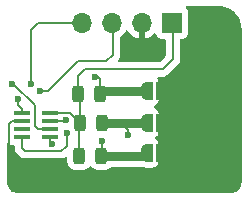
<source format=gbr>
G04 #@! TF.GenerationSoftware,KiCad,Pcbnew,8.0.3*
G04 #@! TF.CreationDate,2024-11-28T13:48:10+05:45*
G04 #@! TF.ProjectId,Watchdog-v1.0,57617463-6864-46f6-972d-76312e302e6b,rev?*
G04 #@! TF.SameCoordinates,Original*
G04 #@! TF.FileFunction,Copper,L1,Top*
G04 #@! TF.FilePolarity,Positive*
%FSLAX46Y46*%
G04 Gerber Fmt 4.6, Leading zero omitted, Abs format (unit mm)*
G04 Created by KiCad (PCBNEW 8.0.3) date 2024-11-28 13:48:10*
%MOMM*%
%LPD*%
G01*
G04 APERTURE LIST*
G04 Aperture macros list*
%AMRoundRect*
0 Rectangle with rounded corners*
0 $1 Rounding radius*
0 $2 $3 $4 $5 $6 $7 $8 $9 X,Y pos of 4 corners*
0 Add a 4 corners polygon primitive as box body*
4,1,4,$2,$3,$4,$5,$6,$7,$8,$9,$2,$3,0*
0 Add four circle primitives for the rounded corners*
1,1,$1+$1,$2,$3*
1,1,$1+$1,$4,$5*
1,1,$1+$1,$6,$7*
1,1,$1+$1,$8,$9*
0 Add four rect primitives between the rounded corners*
20,1,$1+$1,$2,$3,$4,$5,0*
20,1,$1+$1,$4,$5,$6,$7,0*
20,1,$1+$1,$6,$7,$8,$9,0*
20,1,$1+$1,$8,$9,$2,$3,0*%
%AMFreePoly0*
4,1,19,0.500000,-0.750000,0.000000,-0.750000,0.000000,-0.744911,-0.071157,-0.744911,-0.207708,-0.704816,-0.327430,-0.627875,-0.420627,-0.520320,-0.479746,-0.390866,-0.500000,-0.250000,-0.500000,0.250000,-0.479746,0.390866,-0.420627,0.520320,-0.327430,0.627875,-0.207708,0.704816,-0.071157,0.744911,0.000000,0.744911,0.000000,0.750000,0.500000,0.750000,0.500000,-0.750000,0.500000,-0.750000,
$1*%
%AMFreePoly1*
4,1,19,0.000000,0.744911,0.071157,0.744911,0.207708,0.704816,0.327430,0.627875,0.420627,0.520320,0.479746,0.390866,0.500000,0.250000,0.500000,-0.250000,0.479746,-0.390866,0.420627,-0.520320,0.327430,-0.627875,0.207708,-0.704816,0.071157,-0.744911,0.000000,-0.744911,0.000000,-0.750000,-0.500000,-0.750000,-0.500000,0.750000,0.000000,0.750000,0.000000,0.744911,0.000000,0.744911,
$1*%
G04 Aperture macros list end*
G04 #@! TA.AperFunction,SMDPad,CuDef*
%ADD10RoundRect,0.243750X-0.243750X-0.456250X0.243750X-0.456250X0.243750X0.456250X-0.243750X0.456250X0*%
G04 #@! TD*
G04 #@! TA.AperFunction,SMDPad,CuDef*
%ADD11RoundRect,0.243750X0.243750X0.456250X-0.243750X0.456250X-0.243750X-0.456250X0.243750X-0.456250X0*%
G04 #@! TD*
G04 #@! TA.AperFunction,SMDPad,CuDef*
%ADD12R,1.320800X0.431800*%
G04 #@! TD*
G04 #@! TA.AperFunction,SMDPad,CuDef*
%ADD13FreePoly0,180.000000*%
G04 #@! TD*
G04 #@! TA.AperFunction,SMDPad,CuDef*
%ADD14FreePoly1,180.000000*%
G04 #@! TD*
G04 #@! TA.AperFunction,ComponentPad*
%ADD15R,1.700000X1.700000*%
G04 #@! TD*
G04 #@! TA.AperFunction,ComponentPad*
%ADD16O,1.700000X1.700000*%
G04 #@! TD*
G04 #@! TA.AperFunction,ViaPad*
%ADD17C,0.600000*%
G04 #@! TD*
G04 #@! TA.AperFunction,Conductor*
%ADD18C,0.200000*%
G04 #@! TD*
G04 #@! TA.AperFunction,Conductor*
%ADD19C,0.800000*%
G04 #@! TD*
G04 APERTURE END LIST*
D10*
X115000000Y-94840000D03*
X116875000Y-94840000D03*
D11*
X116785000Y-89570000D03*
X114910000Y-89570000D03*
X116905000Y-92080000D03*
X115030000Y-92080000D03*
D12*
X110161200Y-91239400D03*
X110161200Y-91899800D03*
X110161200Y-92560200D03*
X110161200Y-93220600D03*
X112548800Y-93220600D03*
X112548800Y-92560200D03*
X112548800Y-91899800D03*
X112548800Y-91239400D03*
D13*
X122010000Y-94570000D03*
D14*
X120710000Y-94570000D03*
D13*
X122020000Y-92030000D03*
D14*
X120720000Y-92030000D03*
D15*
X122855000Y-83570000D03*
D16*
X120315000Y-83570000D03*
X117775000Y-83570000D03*
X115235000Y-83570000D03*
D13*
X122010000Y-89350000D03*
D14*
X120710000Y-89350000D03*
D17*
X124400000Y-86150000D03*
X124360000Y-87670000D03*
X121360000Y-86070000D03*
X113850000Y-91840000D03*
X110920000Y-88729500D03*
X109850000Y-90060000D03*
X111720000Y-89380000D03*
X116925000Y-93550000D03*
X113950000Y-92940000D03*
X119120000Y-93120000D03*
X112740000Y-93840000D03*
X116325000Y-88129500D03*
X109285000Y-88720000D03*
D18*
X121270000Y-97070000D02*
X122050000Y-96290000D01*
X109300800Y-91899800D02*
X109090000Y-92110600D01*
X110050000Y-97070000D02*
X121270000Y-97070000D01*
X122010000Y-96250000D02*
X122010000Y-94570000D01*
X123700000Y-89350000D02*
X124360000Y-88690000D01*
X110161200Y-91899800D02*
X109300800Y-91899800D01*
X109090000Y-92110600D02*
X109090000Y-96110000D01*
X122050000Y-96290000D02*
X122010000Y-96250000D01*
X124360000Y-88690000D02*
X124360000Y-87670000D01*
X109090000Y-96110000D02*
X110050000Y-97070000D01*
X122010000Y-89350000D02*
X123700000Y-89350000D01*
X114910000Y-89570000D02*
X114910000Y-88105000D01*
X115030000Y-92080000D02*
X115030000Y-89690000D01*
X112548800Y-91239400D02*
X114189400Y-91239400D01*
X122935000Y-83650000D02*
X122855000Y-83570000D01*
X122065000Y-87530000D02*
X122935000Y-86660000D01*
X114910000Y-88105000D02*
X115485000Y-87530000D01*
X115000000Y-92110000D02*
X115030000Y-92080000D01*
X115000000Y-94840000D02*
X115000000Y-92110000D01*
X115030000Y-89690000D02*
X114910000Y-89570000D01*
X122935000Y-86660000D02*
X122935000Y-83650000D01*
X114189400Y-91239400D02*
X115030000Y-92080000D01*
X115485000Y-87530000D02*
X122065000Y-87530000D01*
X110920000Y-88729500D02*
X110920000Y-84200000D01*
X111550000Y-83570000D02*
X115235000Y-83570000D01*
X113790200Y-91899800D02*
X113850000Y-91840000D01*
X110920000Y-84200000D02*
X111550000Y-83570000D01*
X112548800Y-91899800D02*
X113790200Y-91899800D01*
X117855000Y-86280000D02*
X117855000Y-83650000D01*
X117305000Y-86830000D02*
X117855000Y-86280000D01*
X109850000Y-90570000D02*
X110161200Y-90881200D01*
X109850000Y-90060000D02*
X109850000Y-90570000D01*
X110161200Y-90881200D02*
X110161200Y-91239400D01*
X114905000Y-86830000D02*
X117305000Y-86830000D01*
X111720000Y-89380000D02*
X112355000Y-89380000D01*
X117855000Y-83650000D02*
X117775000Y-83570000D01*
X112355000Y-89380000D02*
X114905000Y-86830000D01*
D19*
X120440000Y-94840000D02*
X120710000Y-94570000D01*
X116875000Y-94840000D02*
X120440000Y-94840000D01*
D18*
X110440000Y-94440000D02*
X113490000Y-94440000D01*
X113850000Y-94080000D02*
X113950000Y-93980000D01*
X110161200Y-94161200D02*
X110440000Y-94440000D01*
X116925000Y-94790000D02*
X116875000Y-94840000D01*
X113950000Y-93980000D02*
X113950000Y-92940000D01*
X113490000Y-94440000D02*
X113850000Y-94080000D01*
X116925000Y-93550000D02*
X116925000Y-94790000D01*
X110161200Y-93220600D02*
X110161200Y-94161200D01*
X119120000Y-92650000D02*
X118550000Y-92080000D01*
X112548800Y-93648800D02*
X112740000Y-93840000D01*
D19*
X116905000Y-92080000D02*
X118550000Y-92080000D01*
X120670000Y-92080000D02*
X120720000Y-92030000D01*
D18*
X112548800Y-93220600D02*
X112548800Y-93648800D01*
D19*
X118550000Y-92080000D02*
X120670000Y-92080000D01*
D18*
X119120000Y-93120000D02*
X119120000Y-92650000D01*
X116805000Y-89550000D02*
X116805000Y-88350000D01*
X109285000Y-88720000D02*
X109440000Y-88720000D01*
X111300000Y-90580000D02*
X111300000Y-92310000D01*
X109440000Y-88720000D02*
X111300000Y-90580000D01*
X116805000Y-89550000D02*
X116785000Y-89570000D01*
X111550200Y-92560200D02*
X112548800Y-92560200D01*
X111300000Y-92310000D02*
X111550200Y-92560200D01*
D19*
X117005000Y-89350000D02*
X120710000Y-89350000D01*
D18*
X116805000Y-88350000D02*
X116775000Y-88320000D01*
X116775000Y-88320000D02*
X116584500Y-88129500D01*
D19*
X116805000Y-89550000D02*
X117005000Y-89350000D01*
D18*
X116584500Y-88129500D02*
X116325000Y-88129500D01*
G04 #@! TA.AperFunction,Conductor*
G36*
X126829042Y-82145765D02*
G01*
X126852909Y-82147329D01*
X127068102Y-82161433D01*
X127084165Y-82163548D01*
X127315136Y-82209492D01*
X127330779Y-82213683D01*
X127553787Y-82289384D01*
X127568754Y-82295584D01*
X127773187Y-82396399D01*
X127779960Y-82399739D01*
X127794006Y-82407849D01*
X127989802Y-82538675D01*
X128002667Y-82548546D01*
X128073649Y-82610795D01*
X128179716Y-82703814D01*
X128191185Y-82715283D01*
X128346450Y-82892328D01*
X128356324Y-82905197D01*
X128487150Y-83100993D01*
X128495260Y-83115039D01*
X128599412Y-83326238D01*
X128605617Y-83341220D01*
X128660933Y-83504174D01*
X128681311Y-83564204D01*
X128685509Y-83579872D01*
X128731449Y-83810825D01*
X128733567Y-83826906D01*
X128749235Y-84065956D01*
X128749500Y-84074066D01*
X128749500Y-97064588D01*
X128749028Y-97075396D01*
X128736400Y-97219728D01*
X128732647Y-97241013D01*
X128696553Y-97375719D01*
X128689160Y-97396031D01*
X128630224Y-97522418D01*
X128619417Y-97541136D01*
X128539430Y-97655370D01*
X128525536Y-97671928D01*
X128426928Y-97770536D01*
X128410370Y-97784430D01*
X128296136Y-97864417D01*
X128277418Y-97875224D01*
X128151031Y-97934160D01*
X128130719Y-97941553D01*
X127996013Y-97977647D01*
X127974728Y-97981400D01*
X127844599Y-97992785D01*
X127830394Y-97994028D01*
X127819588Y-97994500D01*
X109830412Y-97994500D01*
X109819605Y-97994028D01*
X109803693Y-97992635D01*
X109675271Y-97981400D01*
X109653986Y-97977647D01*
X109519280Y-97941553D01*
X109498968Y-97934160D01*
X109372581Y-97875224D01*
X109353863Y-97864417D01*
X109239629Y-97784430D01*
X109223071Y-97770536D01*
X109124463Y-97671928D01*
X109110569Y-97655370D01*
X109030582Y-97541136D01*
X109019775Y-97522418D01*
X108960839Y-97396031D01*
X108953446Y-97375719D01*
X108917352Y-97241013D01*
X108913599Y-97219727D01*
X108900972Y-97075395D01*
X108900500Y-97064588D01*
X108900500Y-93855674D01*
X108920185Y-93788635D01*
X108972989Y-93742880D01*
X109042147Y-93732936D01*
X109105703Y-93761961D01*
X109123763Y-93781359D01*
X109137539Y-93799761D01*
X109254596Y-93887389D01*
X109306550Y-93906767D01*
X109391592Y-93938487D01*
X109391594Y-93938487D01*
X109391599Y-93938489D01*
X109441957Y-93943902D01*
X109506506Y-93970641D01*
X109546354Y-94028033D01*
X109552700Y-94067192D01*
X109552700Y-94241311D01*
X109563882Y-94283043D01*
X109594168Y-94396073D01*
X109674278Y-94534827D01*
X110066373Y-94926922D01*
X110193530Y-95000336D01*
X110205128Y-95007032D01*
X110359889Y-95048500D01*
X110359890Y-95048500D01*
X110359891Y-95048500D01*
X113570109Y-95048500D01*
X113570110Y-95048500D01*
X113570111Y-95048500D01*
X113658292Y-95024872D01*
X113724873Y-95007032D01*
X113818000Y-94953264D01*
X113885899Y-94936791D01*
X113951926Y-94959643D01*
X113995117Y-95014563D01*
X114004000Y-95060651D01*
X114004000Y-95346366D01*
X114004001Y-95346383D01*
X114014526Y-95449405D01*
X114069838Y-95616326D01*
X114069839Y-95616329D01*
X114162156Y-95765998D01*
X114286502Y-95890344D01*
X114436171Y-95982661D01*
X114603096Y-96037974D01*
X114706125Y-96048500D01*
X115293874Y-96048499D01*
X115396904Y-96037974D01*
X115563829Y-95982661D01*
X115713498Y-95890344D01*
X115837844Y-95765998D01*
X115837849Y-95765988D01*
X115840232Y-95762977D01*
X115842400Y-95761441D01*
X115842951Y-95760891D01*
X115843045Y-95760985D01*
X115897254Y-95722599D01*
X115967053Y-95719459D01*
X116027469Y-95754554D01*
X116034768Y-95762977D01*
X116037153Y-95765994D01*
X116037156Y-95765998D01*
X116161502Y-95890344D01*
X116311171Y-95982661D01*
X116478096Y-96037974D01*
X116581125Y-96048500D01*
X117168874Y-96048499D01*
X117271904Y-96037974D01*
X117438829Y-95982661D01*
X117588498Y-95890344D01*
X117694023Y-95784819D01*
X117755346Y-95751334D01*
X117781704Y-95748500D01*
X120276633Y-95748500D01*
X120328144Y-95759705D01*
X120355487Y-95772193D01*
X120493442Y-95812700D01*
X120638111Y-95833500D01*
X120638114Y-95833500D01*
X121210000Y-95833500D01*
X121283079Y-95828273D01*
X121283081Y-95828272D01*
X121283083Y-95828272D01*
X121423313Y-95787097D01*
X121423314Y-95787097D01*
X121456145Y-95765998D01*
X121546271Y-95708077D01*
X121641984Y-95597619D01*
X121702700Y-95464670D01*
X121723500Y-95320000D01*
X121723500Y-94855763D01*
X121723500Y-93820000D01*
X121718273Y-93746921D01*
X121717086Y-93742880D01*
X121677097Y-93606686D01*
X121677097Y-93606685D01*
X121598078Y-93483730D01*
X121496303Y-93395541D01*
X121458529Y-93336762D01*
X121458529Y-93266893D01*
X121496304Y-93208115D01*
X121510448Y-93197525D01*
X121556271Y-93168077D01*
X121651984Y-93057619D01*
X121712700Y-92924670D01*
X121733500Y-92780000D01*
X121733500Y-92315763D01*
X121733500Y-91280000D01*
X121728273Y-91206921D01*
X121716093Y-91165440D01*
X121687097Y-91066686D01*
X121687097Y-91066685D01*
X121608078Y-90943730D01*
X121600703Y-90937339D01*
X121497619Y-90848016D01*
X121419425Y-90812306D01*
X121396550Y-90801859D01*
X121343746Y-90756104D01*
X121324062Y-90689065D01*
X121343747Y-90622025D01*
X121396551Y-90576271D01*
X121413122Y-90570089D01*
X121423316Y-90567096D01*
X121546271Y-90488077D01*
X121641984Y-90377619D01*
X121702700Y-90244670D01*
X121723500Y-90100000D01*
X121723500Y-89635763D01*
X121723500Y-88600000D01*
X121718273Y-88526921D01*
X121705234Y-88482515D01*
X121677097Y-88386686D01*
X121676233Y-88385342D01*
X121640371Y-88329539D01*
X121620687Y-88262500D01*
X121640372Y-88195460D01*
X121693176Y-88149706D01*
X121744687Y-88138500D01*
X122145109Y-88138500D01*
X122145110Y-88138500D01*
X122145111Y-88138500D01*
X122232337Y-88115128D01*
X122299873Y-88097032D01*
X122438627Y-88016922D01*
X123421922Y-87033627D01*
X123502032Y-86894872D01*
X123536316Y-86766921D01*
X123543500Y-86740111D01*
X123543500Y-85052500D01*
X123563185Y-84985461D01*
X123615989Y-84939706D01*
X123667500Y-84928500D01*
X123753638Y-84928500D01*
X123753654Y-84928499D01*
X123780692Y-84925591D01*
X123814201Y-84921989D01*
X123951204Y-84870889D01*
X124068261Y-84783261D01*
X124155889Y-84666204D01*
X124206989Y-84529201D01*
X124210959Y-84492272D01*
X124213499Y-84468654D01*
X124213500Y-84468637D01*
X124213500Y-82671362D01*
X124213499Y-82671345D01*
X124210157Y-82640270D01*
X124206989Y-82610799D01*
X124204222Y-82603381D01*
X124177559Y-82531894D01*
X124155889Y-82473796D01*
X124068261Y-82356739D01*
X124068259Y-82356737D01*
X124062946Y-82349640D01*
X124064109Y-82348768D01*
X124035218Y-82295858D01*
X124040202Y-82226166D01*
X124082074Y-82170233D01*
X124147538Y-82145816D01*
X124156384Y-82145500D01*
X126800469Y-82145500D01*
X126820933Y-82145500D01*
X126829042Y-82145765D01*
G37*
G04 #@! TD.AperFunction*
G04 #@! TA.AperFunction,Conductor*
G36*
X120565000Y-84900633D02*
G01*
X120778483Y-84843433D01*
X120778492Y-84843429D01*
X120992578Y-84743600D01*
X121186078Y-84608108D01*
X121301914Y-84492272D01*
X121363237Y-84458787D01*
X121432929Y-84463771D01*
X121488863Y-84505642D01*
X121505777Y-84536619D01*
X121554110Y-84666203D01*
X121554111Y-84666204D01*
X121641739Y-84783261D01*
X121758796Y-84870889D01*
X121895799Y-84921989D01*
X121923050Y-84924918D01*
X121956345Y-84928499D01*
X121956362Y-84928500D01*
X122202500Y-84928500D01*
X122269539Y-84948185D01*
X122315294Y-85000989D01*
X122326500Y-85052500D01*
X122326500Y-86356589D01*
X122306815Y-86423628D01*
X122290181Y-86444270D01*
X121849270Y-86885181D01*
X121787947Y-86918666D01*
X121761589Y-86921500D01*
X118373411Y-86921500D01*
X118306372Y-86901815D01*
X118260617Y-86849011D01*
X118250673Y-86779853D01*
X118279698Y-86716297D01*
X118285730Y-86709819D01*
X118341921Y-86653628D01*
X118375696Y-86595128D01*
X118422032Y-86514872D01*
X118463500Y-86360111D01*
X118463500Y-84815583D01*
X118483185Y-84748544D01*
X118516794Y-84714681D01*
X118516528Y-84714339D01*
X118519197Y-84712261D01*
X118519685Y-84711770D01*
X118520561Y-84711197D01*
X118520576Y-84711189D01*
X118698240Y-84572906D01*
X118809498Y-84452049D01*
X118850715Y-84407276D01*
X118850715Y-84407275D01*
X118850722Y-84407268D01*
X118944749Y-84263347D01*
X118997894Y-84217994D01*
X119067125Y-84208570D01*
X119130461Y-84238072D01*
X119150130Y-84260048D01*
X119276890Y-84441078D01*
X119443917Y-84608105D01*
X119637421Y-84743600D01*
X119851507Y-84843429D01*
X119851516Y-84843433D01*
X120065000Y-84900634D01*
X120065000Y-84003012D01*
X120122007Y-84035925D01*
X120249174Y-84070000D01*
X120380826Y-84070000D01*
X120507993Y-84035925D01*
X120565000Y-84003012D01*
X120565000Y-84900633D01*
G37*
G04 #@! TD.AperFunction*
M02*

</source>
